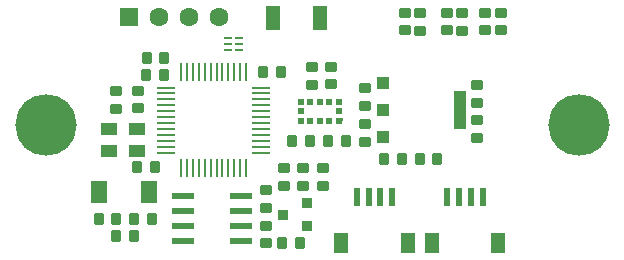
<source format=gbr>
%TF.GenerationSoftware,Altium Limited,Altium Designer,24.1.2 (44)*%
G04 Layer_Color=8388736*
%FSLAX45Y45*%
%MOMM*%
%TF.SameCoordinates,480B7A5E-9FD5-4732-A4F6-FD879BEA9CF3*%
%TF.FilePolarity,Negative*%
%TF.FileFunction,Soldermask,Top*%
%TF.Part,Single*%
G01*
G75*
%TA.AperFunction,SMDPad,CuDef*%
%ADD11C,0.45000*%
%TA.AperFunction,BGAPad,CuDef*%
%ADD12R,0.50000X0.50000*%
%TA.AperFunction,SMDPad,CuDef*%
%ADD13R,0.65000X0.25000*%
%ADD14R,1.27000X2.10000*%
G04:AMPARAMS|DCode=16|XSize=0.8mm|YSize=1mm|CornerRadius=0.1mm|HoleSize=0mm|Usage=FLASHONLY|Rotation=270.000|XOffset=0mm|YOffset=0mm|HoleType=Round|Shape=RoundedRectangle|*
%AMROUNDEDRECTD16*
21,1,0.80000,0.80000,0,0,270.0*
21,1,0.60000,1.00000,0,0,270.0*
1,1,0.20000,-0.40000,-0.30000*
1,1,0.20000,-0.40000,0.30000*
1,1,0.20000,0.40000,0.30000*
1,1,0.20000,0.40000,-0.30000*
%
%ADD16ROUNDEDRECTD16*%
G04:AMPARAMS|DCode=17|XSize=0.8mm|YSize=1mm|CornerRadius=0.1mm|HoleSize=0mm|Usage=FLASHONLY|Rotation=180.000|XOffset=0mm|YOffset=0mm|HoleType=Round|Shape=RoundedRectangle|*
%AMROUNDEDRECTD17*
21,1,0.80000,0.80000,0,0,180.0*
21,1,0.60000,1.00000,0,0,180.0*
1,1,0.20000,-0.30000,0.40000*
1,1,0.20000,0.30000,0.40000*
1,1,0.20000,0.30000,-0.40000*
1,1,0.20000,-0.30000,-0.40000*
%
%ADD17ROUNDEDRECTD17*%
%ADD18R,0.60000X1.55000*%
%ADD19R,1.20000X1.80000*%
%ADD20O,1.55000X0.25000*%
%ADD21O,0.25000X1.55000*%
%ADD22R,1.10000X1.00000*%
%ADD23R,1.10000X3.18213*%
%ADD24R,1.98000X0.53000*%
%ADD25R,0.84000X0.84000*%
%ADD26R,0.84000X0.90000*%
G04:AMPARAMS|DCode=27|XSize=1.3mm|YSize=1.1mm|CornerRadius=0.055mm|HoleSize=0mm|Usage=FLASHONLY|Rotation=0.000|XOffset=0mm|YOffset=0mm|HoleType=Round|Shape=RoundedRectangle|*
%AMROUNDEDRECTD27*
21,1,1.30000,0.99000,0,0,0.0*
21,1,1.19000,1.10000,0,0,0.0*
1,1,0.11000,0.59500,-0.49500*
1,1,0.11000,-0.59500,-0.49500*
1,1,0.11000,-0.59500,0.49500*
1,1,0.11000,0.59500,0.49500*
%
%ADD27ROUNDEDRECTD27*%
%TA.AperFunction,ConnectorPad*%
G04:AMPARAMS|DCode=28|XSize=0.8mm|YSize=1mm|CornerRadius=0.1mm|HoleSize=0mm|Usage=FLASHONLY|Rotation=90.000|XOffset=0mm|YOffset=0mm|HoleType=Round|Shape=RoundedRectangle|*
%AMROUNDEDRECTD28*
21,1,0.80000,0.80000,0,0,90.0*
21,1,0.60000,1.00000,0,0,90.0*
1,1,0.20000,0.40000,0.30000*
1,1,0.20000,0.40000,-0.30000*
1,1,0.20000,-0.40000,-0.30000*
1,1,0.20000,-0.40000,0.30000*
%
%ADD28ROUNDEDRECTD28*%
%TA.AperFunction,ComponentPad*%
%ADD37R,1.60000X1.60000*%
%ADD38C,1.60000*%
%TA.AperFunction,SMDPad,CuDef*%
%ADD47R,1.40320X1.90320*%
%TA.AperFunction,ViaPad*%
%ADD48C,5.20320*%
G36*
X9989800Y8213100D02*
X9981800D01*
Y8188100D01*
X9931800D01*
Y8238100D01*
X9989800D01*
Y8213100D01*
D02*
G37*
D11*
X9956800D02*
D03*
D12*
Y8293100D02*
D03*
X9636800D02*
D03*
X9956800Y8373100D02*
D03*
X9876800D02*
D03*
X9796800D02*
D03*
X9716800D02*
D03*
X9636800D02*
D03*
Y8213100D02*
D03*
X9716800D02*
D03*
X9796800D02*
D03*
X9876800D02*
D03*
D13*
X9020300Y8914600D02*
D03*
Y8864600D02*
D03*
Y8814600D02*
D03*
X9115300D02*
D03*
Y8864600D02*
D03*
Y8914600D02*
D03*
D14*
X9402700Y9080500D02*
D03*
X9799700D02*
D03*
D16*
X8075800Y8317600D02*
D03*
Y8467600D02*
D03*
X8255800Y8320100D02*
D03*
Y8470100D02*
D03*
X11128300Y8367600D02*
D03*
Y8517600D02*
D03*
Y8217600D02*
D03*
Y8067600D02*
D03*
X9493300Y7815100D02*
D03*
Y7665100D02*
D03*
X9658300Y7815100D02*
D03*
Y7665100D02*
D03*
X10178300Y8187600D02*
D03*
Y8037600D02*
D03*
X10178300Y8340100D02*
D03*
Y8490100D02*
D03*
X10515600Y8978900D02*
D03*
Y9128900D02*
D03*
X10875600Y8978900D02*
D03*
Y9128900D02*
D03*
X9893300Y8522600D02*
D03*
Y8672600D02*
D03*
X9730800Y8520100D02*
D03*
Y8670100D02*
D03*
X9825800Y7815100D02*
D03*
Y7665100D02*
D03*
X9338300Y7175100D02*
D03*
Y7325100D02*
D03*
Y7627600D02*
D03*
Y7477600D02*
D03*
X10648100Y8976400D02*
D03*
Y9126400D02*
D03*
X11005600Y8976400D02*
D03*
Y9126400D02*
D03*
X11330600Y8978900D02*
D03*
Y9128900D02*
D03*
D17*
X8075800Y7235100D02*
D03*
X8225800D02*
D03*
X10643300Y7892600D02*
D03*
X10793300D02*
D03*
X10490800D02*
D03*
X10340801D02*
D03*
X9480800Y7177600D02*
D03*
X9630800D02*
D03*
X8478300Y8597600D02*
D03*
X8328300D02*
D03*
X9315800Y8622600D02*
D03*
X9465800D02*
D03*
X8403300Y7820100D02*
D03*
X8253300D02*
D03*
X8480800Y8742600D02*
D03*
X8330800D02*
D03*
X9868300Y8045100D02*
D03*
X10018299D02*
D03*
X9715800D02*
D03*
X9565800D02*
D03*
X8228300Y7380100D02*
D03*
X8378300D02*
D03*
X8075800Y7380100D02*
D03*
X7925800D02*
D03*
D18*
X10410800Y7565100D02*
D03*
X10310800D02*
D03*
X10210800D02*
D03*
X10110800D02*
D03*
X11178300D02*
D03*
X11078300D02*
D03*
X10978300D02*
D03*
X10878300D02*
D03*
D19*
X9980800Y7177600D02*
D03*
X10540800D02*
D03*
X10748300D02*
D03*
X11308300D02*
D03*
D20*
X8495800Y8495100D02*
D03*
Y8445100D02*
D03*
Y8395100D02*
D03*
Y8345100D02*
D03*
Y8295100D02*
D03*
Y8245100D02*
D03*
Y8195100D02*
D03*
Y8145100D02*
D03*
Y8095100D02*
D03*
Y8045100D02*
D03*
Y7995100D02*
D03*
Y7945100D02*
D03*
X9300800D02*
D03*
Y7995100D02*
D03*
Y8045100D02*
D03*
Y8095100D02*
D03*
Y8145100D02*
D03*
Y8195100D02*
D03*
Y8245100D02*
D03*
Y8295100D02*
D03*
Y8345100D02*
D03*
Y8395100D02*
D03*
Y8445100D02*
D03*
Y8495100D02*
D03*
D21*
X8623300Y7817600D02*
D03*
X8673300D02*
D03*
X8723300D02*
D03*
X8773300D02*
D03*
X8823300D02*
D03*
X8873300D02*
D03*
X8923300D02*
D03*
X8973300D02*
D03*
X9023300D02*
D03*
X9073300D02*
D03*
X9123300D02*
D03*
X9173300D02*
D03*
Y8622600D02*
D03*
X9123300D02*
D03*
X9073300D02*
D03*
X9023300D02*
D03*
X8973300D02*
D03*
X8923300D02*
D03*
X8873300D02*
D03*
X8823300D02*
D03*
X8773300D02*
D03*
X8723300D02*
D03*
X8673300D02*
D03*
X8623300D02*
D03*
D22*
X10328800Y8534100D02*
D03*
X10328800Y8305100D02*
D03*
Y8076100D02*
D03*
D23*
X10987800Y8305100D02*
D03*
D24*
X8639300Y7578100D02*
D03*
Y7451100D02*
D03*
Y7324100D02*
D03*
Y7197100D02*
D03*
X9132300D02*
D03*
Y7324100D02*
D03*
Y7451100D02*
D03*
Y7578100D02*
D03*
D25*
X9685840Y7325934D02*
D03*
X9485840Y7419934D02*
D03*
D26*
X9685840Y7513934D02*
D03*
D27*
X8015800Y8147599D02*
D03*
Y7957599D02*
D03*
X8245800Y8147599D02*
D03*
Y7957599D02*
D03*
D28*
X11195500Y9128700D02*
D03*
Y8978700D02*
D03*
D37*
X8178800Y9093200D02*
D03*
D38*
X8432800D02*
D03*
X8686800D02*
D03*
X8940800D02*
D03*
D47*
X7928300Y7610100D02*
D03*
X8348300D02*
D03*
D48*
X11988800Y8181000D02*
D03*
X7475961Y8181039D02*
D03*
%TF.MD5,dd967cc11ebe80300f5202742e45c1d3*%
M02*

</source>
